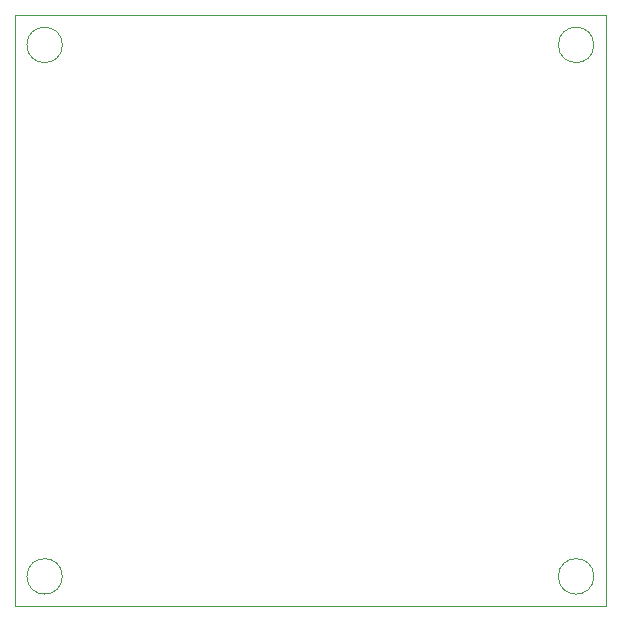
<source format=gbr>
%TF.GenerationSoftware,KiCad,Pcbnew,9.0.2*%
%TF.CreationDate,2025-10-13T00:09:25+02:00*%
%TF.ProjectId,STM32 RC AUTO,53544d33-3220-4524-9320-4155544f2e6b,rev?*%
%TF.SameCoordinates,Original*%
%TF.FileFunction,Profile,NP*%
%FSLAX46Y46*%
G04 Gerber Fmt 4.6, Leading zero omitted, Abs format (unit mm)*
G04 Created by KiCad (PCBNEW 9.0.2) date 2025-10-13 00:09:25*
%MOMM*%
%LPD*%
G01*
G04 APERTURE LIST*
%TA.AperFunction,Profile*%
%ADD10C,0.050000*%
%TD*%
G04 APERTURE END LIST*
D10*
X100500000Y-142500000D02*
G75*
G02*
X97500000Y-142500000I-1500000J0D01*
G01*
X97500000Y-142500000D02*
G75*
G02*
X100500000Y-142500000I1500000J0D01*
G01*
X55500000Y-142500000D02*
G75*
G02*
X52500000Y-142500000I-1500000J0D01*
G01*
X52500000Y-142500000D02*
G75*
G02*
X55500000Y-142500000I1500000J0D01*
G01*
X55500000Y-97500000D02*
G75*
G02*
X52500000Y-97500000I-1500000J0D01*
G01*
X52500000Y-97500000D02*
G75*
G02*
X55500000Y-97500000I1500000J0D01*
G01*
X100500000Y-97500000D02*
G75*
G02*
X97500000Y-97500000I-1500000J0D01*
G01*
X97500000Y-97500000D02*
G75*
G02*
X100500000Y-97500000I1500000J0D01*
G01*
X101500000Y-95000000D02*
X101500000Y-145000000D01*
X51500000Y-145000000D02*
X51500000Y-95000000D01*
X101500000Y-145000000D02*
X51500000Y-145000000D01*
X51500000Y-95000000D02*
X101500000Y-95000000D01*
M02*

</source>
